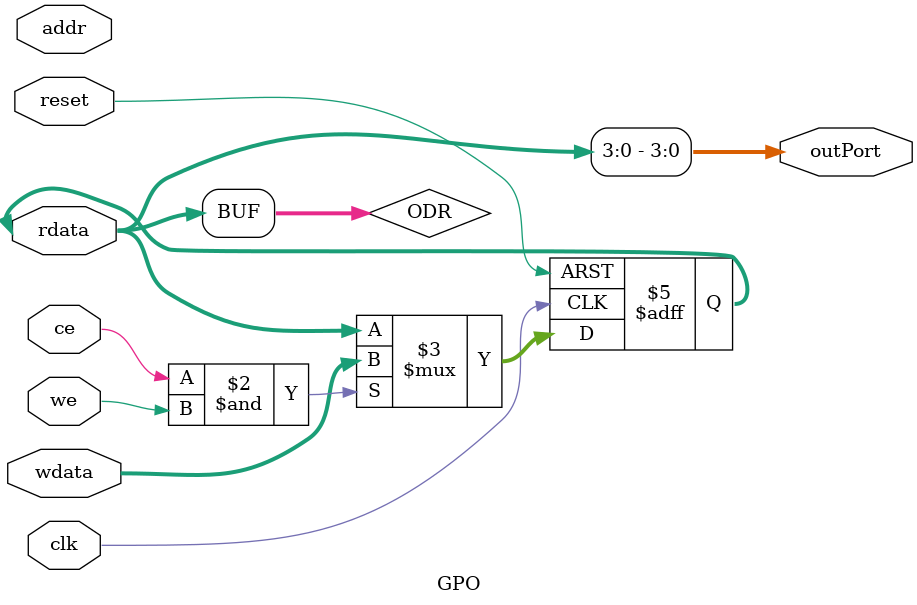
<source format=sv>
`timescale 1ns / 1ps

module GPO (
    input  logic        clk,
    input  logic        reset,
    input  logic        ce,
    input  logic        we,
    input  logic [ 1:0] addr,
    input  logic [31:0] wdata,
    input  logic [31:0] rdata,
    output logic [ 3:0] outPort
);

    // GPO Register
    logic [31:0] ODR;

    // output logic
    assign outPort = ODR[3:0];  // 32bit중 4bit만 씀

    // write logic
    always_ff @(posedge clk, posedge reset) begin : GPO
        if (reset) begin
            ODR <= 0;
        end else begin
            if (ce & we) ODR <= wdata;
        end
    end

    // read logic
    assign rdata = ODR;

endmodule

</source>
